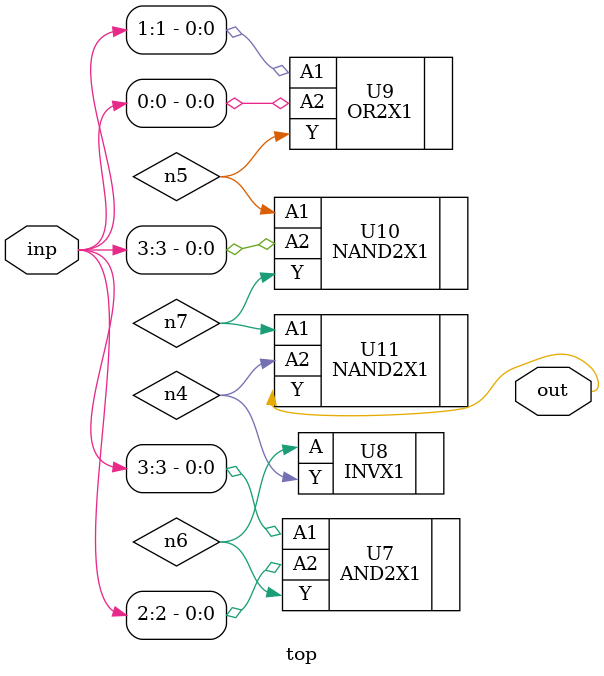
<source format=sv>


module top ( inp, out );
  input [3:0] inp;
  output out;
  wire   n4, n5, n6, n7;

  AND2X1 U7 ( .A1(inp[3]), .A2(inp[2]), .Y(n6) );
  INVX1 U8 ( .A(n6), .Y(n4) );
  OR2X1 U9 ( .A1(inp[1]), .A2(inp[0]), .Y(n5) );
  NAND2X1 U10 ( .A1(n5), .A2(inp[3]), .Y(n7) );
  NAND2X1 U11 ( .A1(n7), .A2(n4), .Y(out) );
endmodule


</source>
